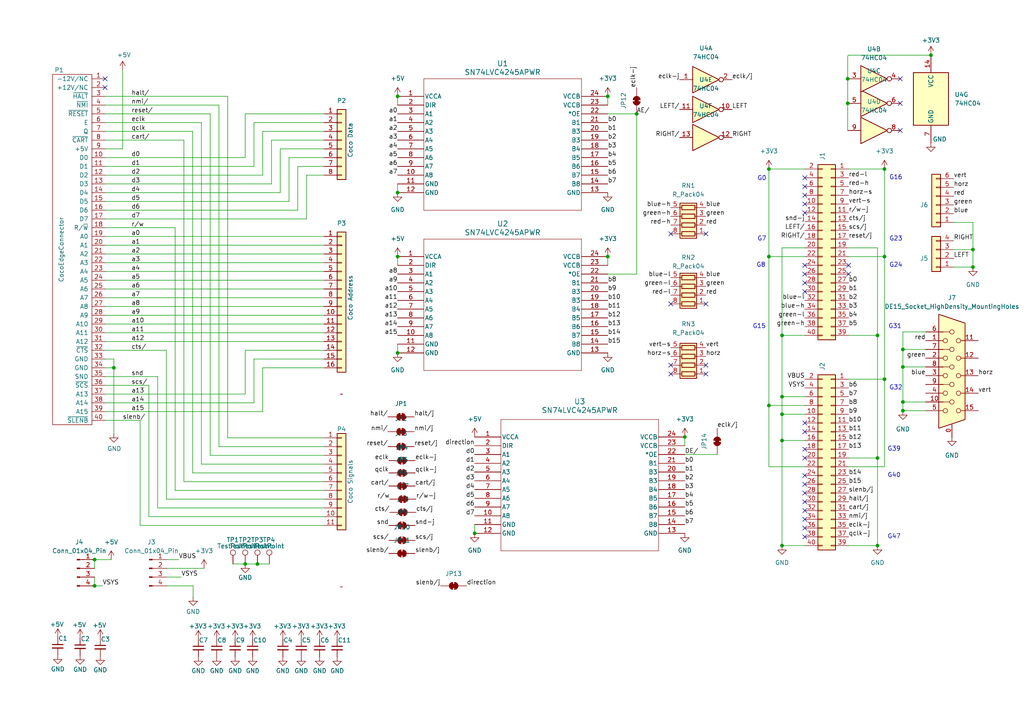
<source format=kicad_sch>
(kicad_sch (version 20250114) (generator "eeschema") (generator_version "9.0")
  (paper "A4")
  (title_block (title "COPICO Bonobo") (date "2025-02-11") (rev "2.4a") (company "github strickyak copico-bonobo") (comment 1 "Henry Strickland") (comment 2 "Thomas Shanks"))
  (text "G40" (at 259.334 137.922 0) (effects (font (size 1.27 1.27))))
  (text "G23" (at 259.842 69.342 0) (effects (font (size 1.27 1.27))))
  (text "G7" (at 220.98 69.342 0) (effects (font (size 1.27 1.27))))
  (text "G8" (at 220.726 76.962 0) (effects (font (size 1.27 1.27))))
  (text "G15" (at 220.218 94.742 0) (effects (font (size 1.27 1.27))))
  (text "G31" (at 259.588 94.742 0) (effects (font (size 1.27 1.27))))
  (text "G24" (at 259.842 76.962 0) (effects (font (size 1.27 1.27))))
  (text "G32" (at 259.842 112.522 0) (effects (font (size 1.27 1.27))))
  (text "G0" (at 220.98 51.816 0) (effects (font (size 1.27 1.27))))
  (text "G39" (at 259.334 130.302 0) (effects (font (size 1.27 1.27))))
  (text "G47" (at 259.334 155.702 0) (effects (font (size 1.27 1.27))))
  (text "G16" (at 259.842 51.562 0) (effects (font (size 1.27 1.27))))
  (junction (at 223.012 117.602))
  (junction (at 115.316 27.94))
  (junction (at 256.54 49.022))
  (junction (at 254.508 158.242))
  (junction (at 256.54 74.422))
  (junction (at 184.658 33.02))
  (junction (at 226.822 127.762))
  (junction (at 282.194 72.39))
  (junction (at 27.432 169.926))
  (junction (at 226.822 120.142))
  (junction (at 137.668 154.686))
  (junction (at 176.276 27.94))
  (junction (at 254.508 97.282))
  (junction (at 226.822 115.062))
  (junction (at 223.012 49.022))
  (junction (at 245.872 29.972))
  (junction (at 74.676 163.576))
  (junction (at 245.872 22.86))
  (junction (at 261.874 106.426))
  (junction (at 33.02 106.68))
  (junction (at 223.012 74.422))
  (junction (at 256.54 109.982))
  (junction (at 27.432 162.306))
  (junction (at 261.874 101.346))
  (junction (at 254.508 132.842))
  (junction (at 226.822 158.242))
  (junction (at 261.874 116.586))
  (junction (at 282.194 77.47))
  (junction (at 198.628 126.746))
  (junction (at 176.276 74.422))
  (junction (at 261.874 119.126))
  (junction (at 270.002 16.002))
  (junction (at 226.822 97.282))
  (junction (at 115.316 102.362))
  (junction (at 71.12 163.576))
  (junction (at 115.316 74.422))
  (junction (at 115.316 55.88))
  (no_connect (at 233.426 150.622))
  (no_connect (at 194.564 67.818))
  (no_connect (at 261.112 29.972))
  (no_connect (at 246.126 76.962))
  (no_connect (at 233.426 122.682))
  (no_connect (at 233.426 130.302))
  (no_connect (at 233.426 54.102))
  (no_connect (at 204.724 88.138))
  (no_connect (at 233.426 132.842))
  (no_connect (at 204.724 105.918))
  (no_connect (at 233.426 125.222))
  (no_connect (at 233.426 56.642))
  (no_connect (at 194.564 108.458))
  (no_connect (at 233.426 79.502))
  (no_connect (at 233.426 140.462))
  (no_connect (at 194.564 105.918))
  (no_connect (at 261.112 22.86))
  (no_connect (at 233.426 148.082))
  (no_connect (at 30.48 22.86))
  (no_connect (at 233.426 51.562))
  (no_connect (at 233.426 82.042))
  (no_connect (at 194.564 88.138))
  (no_connect (at 246.126 79.502))
  (no_connect (at 30.48 25.4))
  (no_connect (at 204.724 108.458))
  (no_connect (at 233.426 153.162))
  (no_connect (at 261.112 37.846))
  (no_connect (at 233.426 84.582))
  (no_connect (at 233.426 155.702))
  (no_connect (at 233.426 76.962))
  (no_connect (at 233.426 61.722))
  (no_connect (at 233.426 143.002))
  (no_connect (at 204.724 67.818))
  (no_connect (at 233.426 145.542))
  (no_connect (at 233.426 137.922))
  (no_connect (at 233.426 59.182))
  (wire (pts (xy 176.276 74.422) (xy 176.276 76.962)))
  (wire (pts (xy 71.12 114.3) (xy 71.12 101.6)))
  (wire (pts (xy 30.48 45.72) (xy 71.12 45.72)))
  (wire (pts (xy 223.012 49.022) (xy 223.012 74.422)))
  (wire (pts (xy 245.872 22.86) (xy 245.872 16.256)))
  (wire (pts (xy 198.628 126.746) (xy 198.628 129.286)))
  (wire (pts (xy 246.126 49.022) (xy 256.54 49.022)))
  (wire (pts (xy 33.02 106.68) (xy 30.48 106.68)))
  (wire (pts (xy 30.48 104.14) (xy 33.02 104.14)))
  (wire (pts (xy 27.432 169.926) (xy 29.718 169.926)))
  (wire (pts (xy 30.48 53.34) (xy 78.74 53.34)))
  (wire (pts (xy 58.42 134.62) (xy 58.42 35.56)))
  (wire (pts (xy 48.26 144.78) (xy 48.26 101.6)))
  (wire (pts (xy 93.98 88.9) (xy 30.48 88.9)))
  (wire (pts (xy 33.02 106.68) (xy 33.02 125.73)))
  (wire (pts (xy 261.874 96.266) (xy 261.874 101.346)))
  (wire (pts (xy 176.276 33.02) (xy 184.658 33.02)))
  (wire (pts (xy 261.874 106.426) (xy 268.478 106.426)))
  (wire (pts (xy 60.96 33.02) (xy 60.96 132.08)))
  (wire (pts (xy 226.822 97.282) (xy 226.822 115.062)))
  (wire (pts (xy 30.48 43.18) (xy 35.56 43.18)))
  (wire (pts (xy 261.874 101.346) (xy 268.478 101.346)))
  (wire (pts (xy 81.28 55.88) (xy 81.28 43.18)))
  (wire (pts (xy 276.606 72.39) (xy 282.194 72.39)))
  (wire (pts (xy 88.9 50.8) (xy 93.98 50.8)))
  (wire (pts (xy 40.64 152.4) (xy 93.98 152.4)))
  (wire (pts (xy 76.2 38.1) (xy 93.98 38.1)))
  (wire (pts (xy 74.676 163.576) (xy 78.105 163.576)))
  (wire (pts (xy 226.822 97.282) (xy 233.426 97.282)))
  (wire (pts (xy 60.96 132.08) (xy 93.98 132.08)))
  (wire (pts (xy 261.874 106.426) (xy 261.874 116.586)))
  (wire (pts (xy 30.48 93.98) (xy 93.98 93.98)))
  (wire (pts (xy 55.88 38.1) (xy 55.88 137.16)))
  (wire (pts (xy 246.126 109.982) (xy 256.54 109.982)))
  (wire (pts (xy 63.5 30.48) (xy 63.5 129.54)))
  (wire (pts (xy 261.874 96.266) (xy 268.478 96.266)))
  (wire (pts (xy 43.18 111.76) (xy 30.48 111.76)))
  (wire (pts (xy 48.26 101.6) (xy 30.48 101.6)))
  (wire (pts (xy 81.28 43.18) (xy 93.98 43.18)))
  (wire (pts (xy 176.276 27.94) (xy 176.276 30.48)))
  (wire (pts (xy 256.54 74.422) (xy 256.54 109.982)))
  (wire (pts (xy 86.36 48.26) (xy 93.98 48.26)))
  (wire (pts (xy 254.508 132.842) (xy 254.508 158.242)))
  (wire (pts (xy 53.34 139.7) (xy 53.34 40.64)))
  (wire (pts (xy 115.316 53.34) (xy 115.316 55.88)))
  (wire (pts (xy 30.48 91.44) (xy 93.98 91.44)))
  (wire (pts (xy 30.48 81.28) (xy 93.98 81.28)))
  (wire (pts (xy 226.822 71.882) (xy 233.426 71.882)))
  (wire (pts (xy 53.34 40.64) (xy 30.48 40.64)))
  (wire (pts (xy 30.48 48.26) (xy 73.66 48.26)))
  (wire (pts (xy 73.66 35.56) (xy 93.98 35.56)))
  (wire (pts (xy 48.387 169.926) (xy 56.007 169.926)))
  (wire (pts (xy 226.822 158.242) (xy 233.426 158.242)))
  (wire (pts (xy 30.48 63.5) (xy 88.9 63.5)))
  (wire (pts (xy 58.42 35.56) (xy 30.48 35.56)))
  (wire (pts (xy 256.54 109.982) (xy 256.54 135.382)))
  (wire (pts (xy 245.872 29.972) (xy 245.872 37.846)))
  (wire (pts (xy 78.74 40.64) (xy 93.98 40.64)))
  (wire (pts (xy 254.508 71.882) (xy 254.508 97.282)))
  (wire (pts (xy 137.668 152.146) (xy 137.668 154.686)))
  (wire (pts (xy 115.316 99.822) (xy 115.316 102.362)))
  (wire (pts (xy 45.72 147.32) (xy 93.98 147.32)))
  (wire (pts (xy 66.04 27.94) (xy 66.04 127)))
  (wire (pts (xy 71.12 45.72) (xy 71.12 33.02)))
  (wire (pts (xy 71.12 101.6) (xy 93.98 101.6)))
  (wire (pts (xy 30.48 33.02) (xy 60.96 33.02)))
  (wire (pts (xy 56.007 169.926) (xy 56.007 173.101)))
  (wire (pts (xy 223.012 117.602) (xy 233.426 117.602)))
  (wire (pts (xy 254.508 97.282) (xy 254.508 132.842)))
  (wire (pts (xy 93.98 76.2) (xy 30.48 76.2)))
  (wire (pts (xy 50.8 66.04) (xy 50.8 142.24)))
  (wire (pts (xy 30.48 55.88) (xy 81.28 55.88)))
  (wire (pts (xy 93.98 78.74) (xy 30.48 78.74)))
  (wire (pts (xy 30.48 114.3) (xy 71.12 114.3)))
  (wire (pts (xy 55.88 137.16) (xy 93.98 137.16)))
  (wire (pts (xy 246.126 16.002) (xy 270.002 16.002)))
  (wire (pts (xy 93.98 134.62) (xy 58.42 134.62)))
  (wire (pts (xy 30.48 30.48) (xy 63.5 30.48)))
  (wire (pts (xy 184.658 33.02) (xy 184.658 79.502)))
  (wire (pts (xy 276.606 64.516) (xy 282.194 64.516)))
  (wire (pts (xy 27.432 167.386) (xy 27.432 169.926)))
  (wire (pts (xy 30.48 27.94) (xy 66.04 27.94)))
  (wire (pts (xy 45.72 109.22) (xy 45.72 147.32)))
  (wire (pts (xy 30.48 86.36) (xy 93.98 86.36)))
  (wire (pts (xy 30.48 121.92) (xy 40.64 121.92)))
  (wire (pts (xy 73.66 104.14) (xy 73.66 116.84)))
  (wire (pts (xy 63.5 129.54) (xy 93.98 129.54)))
  (wire (pts (xy 226.822 127.762) (xy 226.822 158.242)))
  (wire (pts (xy 226.822 120.142) (xy 226.822 127.762)))
  (wire (pts (xy 115.316 74.422) (xy 115.316 76.962)))
  (wire (pts (xy 246.126 71.882) (xy 254.508 71.882)))
  (wire (pts (xy 27.432 162.306) (xy 32.258 162.306)))
  (wire (pts (xy 226.822 71.882) (xy 226.822 97.282)))
  (wire (pts (xy 93.98 96.52) (xy 30.48 96.52)))
  (wire (pts (xy 223.012 74.422) (xy 223.012 117.602)))
  (wire (pts (xy 83.82 45.72) (xy 93.98 45.72)))
  (wire (pts (xy 226.822 115.062) (xy 226.822 120.142)))
  (wire (pts (xy 223.012 74.422) (xy 233.426 74.422)))
  (wire (pts (xy 30.48 66.04) (xy 50.8 66.04)))
  (wire (pts (xy 73.66 104.14) (xy 93.98 104.14)))
  (wire (pts (xy 27.432 162.306) (xy 27.432 164.846)))
  (wire (pts (xy 30.48 99.06) (xy 93.98 99.06)))
  (wire (pts (xy 88.9 63.5) (xy 88.9 50.8)))
  (wire (pts (xy 256.54 49.022) (xy 256.54 74.422)))
  (wire (pts (xy 50.8 142.24) (xy 93.98 142.24)))
  (wire (pts (xy 246.126 132.842) (xy 254.508 132.842)))
  (wire (pts (xy 30.48 73.66) (xy 93.98 73.66)))
  (wire (pts (xy 261.874 116.586) (xy 261.874 119.126)))
  (wire (pts (xy 78.74 53.34) (xy 78.74 40.64)))
  (wire (pts (xy 71.12 33.02) (xy 93.98 33.02)))
  (wire (pts (xy 282.194 64.516) (xy 282.194 72.39)))
  (wire (pts (xy 76.2 50.8) (xy 76.2 38.1)))
  (wire (pts (xy 223.012 49.022) (xy 233.426 49.022)))
  (wire (pts (xy 48.387 167.386) (xy 52.578 167.386)))
  (wire (pts (xy 226.822 120.142) (xy 233.426 120.142)))
  (wire (pts (xy 76.2 106.68) (xy 76.2 119.38)))
  (wire (pts (xy 30.48 38.1) (xy 55.88 38.1)))
  (wire (pts (xy 226.822 127.762) (xy 233.426 127.762)))
  (wire (pts (xy 93.98 144.78) (xy 48.26 144.78)))
  (wire (pts (xy 198.628 131.826) (xy 208.026 131.826)))
  (wire (pts (xy 30.48 58.42) (xy 83.82 58.42)))
  (wire (pts (xy 86.36 60.96) (xy 86.36 48.26)))
  (wire (pts (xy 35.56 43.18) (xy 35.56 20.32)))
  (wire (pts (xy 83.82 58.42) (xy 83.82 45.72)))
  (wire (pts (xy 30.48 50.8) (xy 76.2 50.8)))
  (wire (pts (xy 223.012 117.602) (xy 223.012 135.382)))
  (wire (pts (xy 93.98 83.82) (xy 30.48 83.82)))
  (wire (pts (xy 261.874 116.586) (xy 268.478 116.586)))
  (wire (pts (xy 30.48 109.22) (xy 45.72 109.22)))
  (wire (pts (xy 246.126 97.282) (xy 254.508 97.282)))
  (wire (pts (xy 223.012 135.382) (xy 233.426 135.382)))
  (wire (pts (xy 66.04 127) (xy 93.98 127)))
  (wire (pts (xy 67.564 163.576) (xy 71.12 163.576)))
  (wire (pts (xy 246.126 74.422) (xy 256.54 74.422)))
  (wire (pts (xy 246.126 158.242) (xy 254.508 158.242)))
  (wire (pts (xy 115.316 27.94) (xy 115.316 30.48)))
  (wire (pts (xy 245.872 22.86) (xy 245.872 29.972)))
  (wire (pts (xy 43.18 149.86) (xy 43.18 111.76)))
  (wire (pts (xy 30.48 60.96) (xy 86.36 60.96)))
  (wire (pts (xy 71.12 163.576) (xy 74.676 163.576)))
  (wire (pts (xy 40.64 121.92) (xy 40.64 152.4)))
  (wire (pts (xy 30.48 71.12) (xy 93.98 71.12)))
  (wire (pts (xy 261.874 101.346) (xy 261.874 106.426)))
  (wire (pts (xy 33.02 104.14) (xy 33.02 106.68)))
  (wire (pts (xy 48.387 164.846) (xy 59.182 164.846)))
  (wire (pts (xy 93.98 106.68) (xy 76.2 106.68)))
  (wire (pts (xy 176.276 79.502) (xy 184.658 79.502)))
  (wire (pts (xy 261.874 119.126) (xy 268.478 119.126)))
  (wire (pts (xy 226.822 115.062) (xy 233.426 115.062)))
  (wire (pts (xy 73.66 48.26) (xy 73.66 35.56)))
  (wire (pts (xy 48.387 162.306) (xy 51.816 162.306)))
  (wire (pts (xy 282.194 77.47) (xy 276.606 77.47)))
  (wire (pts (xy 93.98 68.58) (xy 30.48 68.58)))
  (wire (pts (xy 246.126 135.382) (xy 256.54 135.382)))
  (wire (pts (xy 282.194 72.39) (xy 282.194 77.47)))
  (wire (pts (xy 246.126 16.002) (xy 245.872 16.256)))
  (wire (pts (xy 76.2 119.38) (xy 30.48 119.38)))
  (wire (pts (xy 73.66 116.84) (xy 30.48 116.84)))
  (wire (pts (xy 93.98 139.7) (xy 53.34 139.7)))
  (wire (pts (xy 93.98 149.86) (xy 43.18 149.86)))
  (label "b13" (at 176.276 94.742 0))
  (label "d5" (at 137.668 144.526 180))
  (label "a11" (at 38.1 96.52 0))
  (label "b6" (at 246.126 112.522 0))
  (label "horz" (at 204.724 103.378 0))
  (label "a14" (at 115.316 94.742 180))
  (label "b5" (at 198.628 147.066 0))
  (label "vert" (at 204.724 100.838 0))
  (label "b5" (at 176.276 48.26 0))
  (label "b3" (at 176.276 43.18 0))
  (label "a10" (at 38.1 93.98 0))
  (label "d1" (at 137.668 134.366 180))
  (label "b1" (at 176.276 38.1 0))
  (label "red-h" (at 246.126 54.102 0))
  (label "a13" (at 38.1 114.3 0))
  (label "a7" (at 38.1 86.36 0))
  (label "a8" (at 38.1 88.9 0))
  (label "b11" (at 176.276 89.662 0))
  (label "slenb{slash}j" (at 127.762 169.926 180))
  (label "a11" (at 115.316 87.122 180))
  (label "a0" (at 115.316 33.02 180))
  (label "d7" (at 38.1 63.5 0))
  (label "slenb{slash}j" (at 246.126 143.002 0))
  (label "snd" (at 38.1 109.22 0))
  (label "red-h" (at 194.564 65.278 180))
  (label "qclk" (at 112.776 137.16 180))
  (label "scs{slash}j" (at 246.126 66.802 0))
  (label "b14" (at 176.276 97.282 0))
  (label "reset{slash}" (at 38.1 33.02 0))
  (label "direction" (at 135.382 169.926 0))
  (label "b3" (at 198.628 141.986 0))
  (label "b2" (at 176.276 40.64 0))
  (label "a1" (at 115.316 35.56 180))
  (label "b0" (at 198.628 134.366 0))
  (label "eclk-j" (at 120.396 133.604 0))
  (label "d5" (at 38.1 58.42 0))
  (label "a4" (at 38.1 78.74 0))
  (label "b9" (at 246.126 120.142 0))
  (label "vert" (at 283.718 114.046 0))
  (label "red-l" (at 194.564 85.598 180))
  (label "cart{slash}" (at 38.1 40.64 0))
  (label "AE{slash}" (at 184.658 33.02 0))
  (label "reset{slash}j" (at 246.126 69.342 0))
  (label "b9" (at 176.276 84.582 0))
  (label "a2" (at 38.1 73.66 0))
  (label "d7" (at 137.668 149.606 180))
  (label "b2" (at 246.126 87.122 0))
  (label "LEFT" (at 212.344 31.75 0))
  (label "LEFT{slash}" (at 233.426 66.802 180))
  (label "LEFT{slash}" (at 197.104 31.75 180))
  (label "cts{slash}" (at 113.03 148.59 180))
  (label "halt{slash}" (at 38.1 27.94 0))
  (label "b7" (at 246.126 115.062 0))
  (label "a8" (at 115.316 79.502 180))
  (label "green" (at 204.724 62.738 0))
  (label "red-l" (at 246.126 51.562 0))
  (label "green" (at 268.478 103.886 180))
  (label "a3" (at 115.316 40.64 180))
  (label "b13" (at 246.126 130.302 0))
  (label "b0" (at 176.276 35.56 0))
  (label "red" (at 276.606 56.896 0))
  (label "blue-l" (at 233.426 87.122 180))
  (label "horz-s" (at 194.564 103.378 180))
  (label "a5" (at 38.1 81.28 0))
  (label "eclk{slash}j" (at 212.344 23.114 0))
  (label "d6" (at 38.1 60.96 0))
  (label "horz" (at 283.718 108.966 0))
  (label "r{slash}w" (at 38.1 66.04 0))
  (label "b15" (at 246.126 140.462 0))
  (label "b0" (at 246.126 82.042 0))
  (label "b5" (at 246.126 94.742 0))
  (label "a14" (at 38.1 116.84 0))
  (label "b6" (at 198.628 149.606 0))
  (label "scs{slash}" (at 112.776 156.718 180))
  (label "d2" (at 38.1 50.8 0))
  (label "r{slash}w-j" (at 246.126 61.722 0))
  (label "cts{slash}" (at 38.1 101.6 0))
  (label "d2" (at 137.668 136.906 180))
  (label "r{slash}w" (at 113.03 144.78 180))
  (label "a15" (at 38.1 119.38 0))
  (label "b4" (at 176.276 45.72 0))
  (label "d3" (at 38.1 53.34 0))
  (label "eclk{slash}j" (at 208.026 124.206 0))
  (label "red" (at 204.724 85.598 0))
  (label "b8" (at 246.126 117.602 0))
  (label "DE{slash}" (at 198.628 131.826 0))
  (label "b1" (at 246.126 84.582 0))
  (label "snd" (at 112.776 152.4 180))
  (label "b10" (at 246.126 122.682 0))
  (label "VSYS" (at 29.718 169.926 0))
  (label "green-l" (at 233.426 92.202 180))
  (label "d4" (at 137.668 141.986 180))
  (label "scs{slash}" (at 38.1 111.76 0))
  (label "a0" (at 38.1 68.58 0))
  (label "cart{slash}j" (at 120.396 140.97 0))
  (label "green" (at 276.606 59.436 0))
  (label "a6" (at 38.1 83.82 0))
  (label "snd-j" (at 233.426 64.262 180))
  (label "vert-s" (at 246.126 59.182 0))
  (label "b15" (at 176.276 99.822 0))
  (label "b3" (at 246.126 89.662 0))
  (label "blue" (at 276.606 61.976 0))
  (label "a5" (at 115.316 45.72 180))
  (label "VSYS" (at 233.426 112.522 180))
  (label "green" (at 204.724 83.058 0))
  (label "blue" (at 204.724 60.198 0))
  (label "a1" (at 38.1 71.12 0))
  (label "horz-s" (at 246.126 56.642 0))
  (label "RIGHT" (at 212.344 39.878 0))
  (label "a10" (at 115.316 84.582 180))
  (label "a3" (at 38.1 76.2 0))
  (label "qclk-j" (at 120.396 137.16 0))
  (label "scs{slash}j" (at 120.396 156.718 0))
  (label "green-h" (at 194.564 62.738 180))
  (label "eclk-j" (at 184.658 25.4 90))
  (label "b7" (at 198.628 152.146 0))
  (label "nmi{slash}" (at 112.522 125.222 180))
  (label "red" (at 268.478 98.806 180))
  (label "a12" (at 115.316 89.662 180))
  (label "blue-h" (at 194.564 60.198 180))
  (label "a7" (at 115.316 50.8 180))
  (label "reset{slash}" (at 112.522 129.54 180))
  (label "blue-l" (at 194.564 80.518 180))
  (label "nmi{slash}j" (at 120.142 125.222 0))
  (label "d4" (at 38.1 55.88 0))
  (label "d0" (at 38.1 45.72 0))
  (label "b10" (at 176.276 87.122 0))
  (label "a4" (at 115.316 43.18 180))
  (label "b6" (at 176.276 50.8 0))
  (label "horz" (at 276.606 54.356 0))
  (label "a9" (at 115.316 82.042 180))
  (label "a6" (at 115.316 48.26 180))
  (label "eclk" (at 38.1 35.56 0))
  (label "slenb{slash}" (at 112.776 160.528 180))
  (label "a13" (at 115.316 92.202 180))
  (label "cart{slash}" (at 112.776 140.97 180))
  (label "RIGHT" (at 276.606 69.85 0))
  (label "RIGHT{slash}" (at 197.104 39.878 180))
  (label "nmi{slash}j" (at 246.126 150.622 0))
  (label "halt{slash}" (at 112.522 120.904 180))
  (label "d1" (at 38.1 48.26 0))
  (label "slenb{slash}j" (at 120.396 160.528 0))
  (label "VSYS" (at 52.578 167.386 0))
  (label "a2" (at 115.316 38.1 180))
  (label "blue" (at 268.478 108.966 180))
  (label "cts{slash}j" (at 246.126 64.262 0))
  (label "b12" (at 176.276 92.202 0))
  (label "eclk-j" (at 246.126 153.162 0))
  (label "nmi{slash}" (at 38.1 30.48 0))
  (label "a9" (at 38.1 91.44 0))
  (label "a12" (at 38.1 99.06 0))
  (label "cts{slash}j" (at 120.65 148.59 0))
  (label "b4" (at 198.628 144.526 0))
  (label "snd-j" (at 120.396 152.4 0))
  (label "b7" (at 176.276 53.34 0))
  (label "halt{slash}j" (at 120.142 120.904 0))
  (label "d6" (at 137.668 147.066 180))
  (label "b2" (at 198.628 139.446 0))
  (label "halt{slash}j" (at 246.126 145.542 0))
  (label "slenb{slash}" (at 35.56 121.92 0))
  (label "green-h" (at 233.426 94.742 180))
  (label "d3" (at 137.668 139.446 180))
  (label "reset{slash}j" (at 120.142 129.54 0))
  (label "r{slash}w-j" (at 120.65 144.78 0))
  (label "d0" (at 137.668 131.826 180))
  (label "red" (at 204.724 65.278 0))
  (label "cart{slash}j" (at 246.126 148.082 0))
  (label "qclk" (at 38.1 38.1 0))
  (label "RIGHT{slash}" (at 233.426 69.342 180))
  (label "a15" (at 115.316 97.282 180))
  (label "eclk" (at 112.776 133.604 180))
  (label "b11" (at 246.126 125.222 0))
  (label "blue" (at 204.724 80.518 0))
  (label "b8" (at 176.276 82.042 0))
  (label "vert" (at 276.606 51.816 0))
  (label "direction" (at 137.668 129.286 180))
  (label "VBUS" (at 51.816 162.306 0))
  (label "eclk-j" (at 197.104 23.114 180))
  (label "LEFT" (at 276.606 74.93 0))
  (label "b1" (at 198.628 136.906 0))
  (label "b14" (at 246.126 137.922 0))
  (label "green-l" (at 194.564 83.058 180))
  (label "vert-s" (at 194.564 100.838 180))
  (label "b4" (at 246.126 92.202 0))
  (label "VBUS" (at 233.426 109.982 180))
  (label "qclk-j" (at 246.126 155.702 0))
  (label "blue-h" (at 233.426 89.662 180))
  (label "b12" (at 246.126 127.762 0))
  (symbol (lib_id "spoon2-rescue:COCO_EDGE_CONNECTOR-00_Custom") (at 20.32 72.39 0) (unit 1)
    (property "Reference" "P1" (at 17.145 20.32 0))
    (property "Value" "CocoEdgeConnector" (at 17.78 72.39 90))
    (property "Footprint" "0Titanium:CocoCardEdgeCocoMIDI" (effects (hide yes)))
  )
  (symbol (lib_id "Connector_Generic:Conn_01x16") (at 99.06 86.36 0) (unit 1)
    (property "Reference" "P3" (at 99.06 64.77 0))
    (property "Value" "Coco Address" (at 101.6 86.36 90))
    (property "Footprint" "Housings_DIP:DIP-32_W15.24mm" (effects (hide yes)))
    (property "Datasheet" "~" (at 99.06 114.3 0))
  )
  (symbol (lib_id "Connector_Generic:Conn_01x08") (at 99.06 40.64 0) (unit 1)
    (property "Reference" "P2" (at 99.06 29.21 0))
    (property "Value" "Coco Data" (at 101.6 40.64 90))
    (property "Footprint" "Housings_DIP:DIP-16_W7.62mm" (effects (hide yes)))
    (property "Datasheet" "~" (at 99.06 71.12 0))
  )
  (symbol (lib_id "Connector_Generic:Conn_01x11") (at 99.06 139.7 0) (unit 1)
    (property "Reference" "P4" (at 99.06 124.46 0))
    (property "Value" "Coco Signals" (at 101.6 139.7 90))
    (property "Footprint" "Housings_DIP:DIP-22_W10.16mm" (effects (hide yes)))
    (property "Datasheet" "~" (at 99.06 170.18 0))
  )
  (symbol (lib_id "power:GND") (at 33.02 125.73 0) (unit 1)
    (property "Reference" "#PWR0106" (effects (hide yes)))
    (property "Value" "GND" (at 33.147 130.1242 0))
  )
  (symbol (lib_id "power:+5V") (at 35.56 20.32 0) (unit 1)
    (property "Reference" "#PWR0102" (effects (hide yes)))
    (property "Value" "+5V" (at 35.941 15.9258 0))
  )
  (symbol (lib_id "2024-12-31_21-13-00:SN74LVC4245APWR") (at 137.668 126.746 0) (unit 1)
    (property "Reference" "U3" (at 168.148 116.459 0) (effects (font (size 1.524 1.524))))
    (property "Value" "SN74LVC4245APWR" (at 168.148 118.999 0) (effects (font (size 1.524 1.524))))
    (property "Footprint" "Package_SO:TSSOP-24_4.4x7.8mm_P0.65mm" (effects (hide yes)))
    (property "Datasheet" "SN74LVC4245APWR" (effects (hide yes)))
  )
  (symbol (lib_id "power:+3V3") (at 87.376 185.42 0) (unit 1)
    (property "Reference" "#PWR021" (effects (hide yes)))
    (property "Value" "+3V3" (at 87.249 181.61 0))
  )
  (symbol (lib_id "power:GND") (at 115.316 102.362 0) (unit 1)
    (property "Reference" "#PWR02" (effects (hide yes)))
    (property "Value" "GND" (at 115.316 107.315 0))
  )
  (symbol (lib_id "power:+3V3") (at 59.182 164.846 0) (unit 1)
    (property "Reference" "#PWR036" (effects (hide yes)))
    (property "Value" "+3V3" (at 59.182 159.766 0))
  )
  (symbol (lib_id "Device:C_Small") (at 16.764 187.452 0) (unit 1)
    (property "Reference" "C1" (at 16.891 185.166 0) (effects (justify left)))
    (property "Value" "C_Small" (effects (hide yes)))
    (property "Footprint" "Capacitor_SMD:C_0402_1005Metric" (effects (hide yes)))
  )
  (symbol (lib_id "74xx:74HC04") (at 253.492 29.972 0) (unit 3)
    (property "Reference" "U4" (at 253.492 20.574 0))
    (property "Value" "74HC04" (at 253.492 23.114 0))
    (property "Footprint" "Package_SO:TSSOP-14_4.4x5mm_P0.65mm" (effects (hide yes)))
    (property "Datasheet" "https://assets.nexperia.com/documents/data-sheet/74HC_HCT04.pdf" (effects (hide yes)))
    (property "Description" "Hex Inverter" (effects (hide yes)))
  )
  (symbol (lib_id "74xx:74HC04") (at 204.724 39.878 0) (unit 6)
    (property "Reference" "U4" (at 204.724 30.734 0))
    (property "Value" "74HC04" (at 204.724 33.274 0))
    (property "Footprint" "Package_SO:TSSOP-14_4.4x5mm_P0.65mm" (effects (hide yes)))
    (property "Datasheet" "https://assets.nexperia.com/documents/data-sheet/74HC_HCT04.pdf" (effects (hide yes)))
    (property "Description" "Hex Inverter" (effects (hide yes)))
  )
  (symbol (lib_name "SolderJumper_2_Bridged_1") (lib_id "Jumper:SolderJumper_2_Bridged") (at 116.84 144.78 0) (unit 1) (in_bom no)
    (property "Reference" "JP7" (at 116.84 140.97 0))
    (property "Value" "SolderJumper_2_Bridged" (effects (hide yes)))
    (property "Footprint" "Jumper:SolderJumper-2_P1.3mm_Bridged_RoundedPad1.0x1.5mm" (effects (hide yes)))
    (property "Description" "Solder Jumper, 2-pole, closed/bridged" (effects (hide yes)))
  )
  (symbol (lib_id "power:+3V3") (at 62.865 185.42 0) (unit 1)
    (property "Reference" "#PWR038" (effects (hide yes)))
    (property "Value" "+3V3" (at 62.738 181.61 0))
  )
  (symbol (lib_name "SolderJumper_2_Bridged_1") (lib_id "Jumper:SolderJumper_2_Bridged") (at 116.586 133.604 0) (unit 1) (in_bom no)
    (property "Reference" "JP4" (at 116.586 129.794 0))
    (property "Value" "SolderJumper_2_Bridged" (effects (hide yes)))
    (property "Footprint" "Jumper:SolderJumper-2_P1.3mm_Bridged_RoundedPad1.0x1.5mm" (effects (hide yes)))
    (property "Description" "Solder Jumper, 2-pole, closed/bridged" (effects (hide yes)))
  )
  (symbol (lib_id "74xx:74HC04") (at 204.724 23.114 0) (unit 1)
    (property "Reference" "U4" (at 204.724 13.97 0))
    (property "Value" "74HC04" (at 204.724 16.51 0))
    (property "Footprint" "Package_SO:TSSOP-14_4.4x5mm_P0.65mm" (effects (hide yes)))
    (property "Datasheet" "https://assets.nexperia.com/documents/data-sheet/74HC_HCT04.pdf" (effects (hide yes)))
    (property "Description" "Hex Inverter" (effects (hide yes)))
  )
  (symbol (lib_id "power:+5V") (at 115.316 74.422 0) (unit 1)
    (property "Reference" "#PWR01" (effects (hide yes)))
    (property "Value" "+5V" (at 115.316 69.215 0))
  )
  (symbol (lib_id "power:GND") (at 87.376 190.5 0) (unit 1)
    (property "Reference" "#PWR022" (effects (hide yes)))
    (property "Value" "GND" (at 87.376 194.564 0))
  )
  (symbol (lib_id "power:GND") (at 92.71 190.5 0) (unit 1)
    (property "Reference" "#PWR028" (effects (hide yes)))
    (property "Value" "GND" (at 92.71 194.564 0))
  )
  (symbol (lib_id "power:+3V3") (at 198.628 126.746 0) (unit 1)
    (property "Reference" "#PWR044" (effects (hide yes)))
    (property "Value" "+3V3" (at 198.628 121.539 0))
  )
  (symbol (lib_id "power:GND") (at 62.865 190.5 0) (unit 1)
    (property "Reference" "#PWR039" (effects (hide yes)))
    (property "Value" "GND" (at 62.865 194.564 0))
  )
  (symbol (lib_id "power:+5V") (at 16.764 184.912 0) (unit 1)
    (property "Reference" "#PWR016" (effects (hide yes)))
    (property "Value" "+5V" (at 16.51 181.102 0))
  )
  (symbol (lib_id "2024-12-31_21-13-00:SN74LVC4245APWR") (at 115.316 27.94 0) (unit 1)
    (property "Reference" "U1" (at 145.796 18.415 0) (effects (font (size 1.524 1.524))))
    (property "Value" "SN74LVC4245APWR" (at 145.796 20.955 0) (effects (font (size 1.524 1.524))))
    (property "Footprint" "Package_SO:TSSOP-24_4.4x7.8mm_P0.65mm" (effects (hide yes)))
    (property "Datasheet" "SN74LVC4245APWR" (effects (hide yes)))
  )
  (symbol (lib_id "power:+3V3") (at 223.012 49.022 0) (unit 1)
    (property "Reference" "#PWR08" (effects (hide yes)))
    (property "Value" "+3V3" (at 223.012 43.815 0))
  )
  (symbol (lib_id "power:GND") (at 71.12 163.576 0) (unit 1)
    (property "Reference" "#PWR052" (effects (hide yes)))
    (property "Value" "GND" (at 71.12 167.513 0))
  )
  (symbol (lib_id "74xx:74HC04") (at 204.724 31.75 0) (unit 5)
    (property "Reference" "U4" (at 204.724 23.114 0))
    (property "Value" "74HC04" (at 204.724 25.654 0))
    (property "Footprint" "Package_SO:TSSOP-14_4.4x5mm_P0.65mm" (effects (hide yes)))
    (property "Datasheet" "https://assets.nexperia.com/documents/data-sheet/74HC_HCT04.pdf" (effects (hide yes)))
    (property "Description" "Hex Inverter" (effects (hide yes)))
  )
  (symbol (lib_id "Device:R_Pack04") (at 199.644 83.058 90) (unit 1)
    (property "Reference" "RN2" (at 199.644 74.676 90))
    (property "Value" "R_Pack04" (at 199.644 77.216 90))
    (property "Footprint" "Resistor_SMD:R_Array_Convex_4x0603" (effects (hide yes)))
    (property "Description" "4 resistor network, parallel topology" (effects (hide yes)))
  )
  (symbol (lib_name "SolderJumper_2_Bridged_1") (lib_id "Jumper:SolderJumper_2_Bridged") (at 116.332 129.54 0) (unit 1) (in_bom no)
    (property "Reference" "JP3" (at 116.332 125.73 0))
    (property "Value" "SolderJumper_2_Bridged" (effects (hide yes)))
    (property "Footprint" "Jumper:SolderJumper-2_P1.3mm_Bridged_RoundedPad1.0x1.5mm" (effects (hide yes)))
    (property "Description" "Solder Jumper, 2-pole, closed/bridged" (effects (hide yes)))
  )
  (symbol (lib_id "Device:C_Small") (at 68.199 187.96 0) (unit 1)
    (property "Reference" "C9" (at 68.326 185.674 0) (effects (justify left)))
    (property "Value" "C_Small" (effects (hide yes)))
    (property "Footprint" "Capacitor_SMD:C_0402_1005Metric" (effects (hide yes)))
  )
  (symbol (lib_id "74xx:74HC04") (at 253.492 22.86 0) (unit 2)
    (property "Reference" "U4" (at 253.492 14.224 0))
    (property "Value" "74HC04" (at 253.492 16.764 0))
    (property "Footprint" "Package_SO:TSSOP-14_4.4x5mm_P0.65mm" (effects (hide yes)))
    (property "Datasheet" "https://assets.nexperia.com/documents/data-sheet/74HC_HCT04.pdf" (effects (hide yes)))
    (property "Description" "Hex Inverter" (effects (hide yes)))
  )
  (symbol (lib_id "power:+5V") (at 32.258 162.306 0) (unit 1)
    (property "Reference" "#PWR012" (effects (hide yes)))
    (property "Value" "+5V" (at 32.258 157.226 0))
  )
  (symbol (lib_name "SolderJumper_2_Bridged_1") (lib_id "Jumper:SolderJumper_2_Bridged") (at 116.84 148.59 0) (unit 1) (in_bom no)
    (property "Reference" "JP8" (at 116.84 144.78 0))
    (property "Value" "SolderJumper_2_Bridged" (effects (hide yes)))
    (property "Footprint" "Jumper:SolderJumper-2_P1.3mm_Bridged_RoundedPad1.0x1.5mm" (effects (hide yes)))
    (property "Description" "Solder Jumper, 2-pole, closed/bridged" (effects (hide yes)))
  )
  (symbol (lib_id "Connector:TestPoint") (at 71.12 163.576 0) (unit 1)
    (property "Reference" "TP2" (at 69.215 156.591 0) (effects (justify left)))
    (property "Value" "TestPoint" (at 66.548 158.369 0) (effects (justify left)))
    (property "Footprint" "TestPoint:TestPoint_Plated_Hole_D4.0mm" (effects (hide yes)))
  )
  (symbol (lib_id "power:+5V") (at 29.083 185.166 0) (unit 1)
    (property "Reference" "#PWR026" (effects (hide yes)))
    (property "Value" "+5V" (at 28.829 181.356 0))
  )
  (symbol (lib_id "Device:C_Small") (at 97.79 187.96 0) (unit 1)
    (property "Reference" "C11" (at 97.917 185.674 0) (effects (justify left)))
    (property "Value" "C_Small" (effects (hide yes)))
    (property "Footprint" "Capacitor_SMD:C_0402_1005Metric" (effects (hide yes)))
  )
  (symbol (lib_id "power:+3V3") (at 256.54 49.022 0) (unit 1)
    (property "Reference" "#PWR09" (effects (hide yes)))
    (property "Value" "+3V3" (at 256.54 43.815 0))
  )
  (symbol (lib_id "Device:C_Small") (at 87.376 187.96 0) (unit 1)
    (property "Reference" "C5" (at 87.503 185.674 0) (effects (justify left)))
    (property "Value" "C_Small" (effects (hide yes)))
    (property "Footprint" "Capacitor_SMD:C_0402_1005Metric" (effects (hide yes)))
  )
  (symbol (lib_id "2024-12-31_21-13-00:SN74LVC4245APWR") (at 115.316 74.422 0) (unit 1)
    (property "Reference" "U2" (at 145.796 64.897 0) (effects (font (size 1.524 1.524))))
    (property "Value" "SN74LVC4245APWR" (at 145.796 67.437 0) (effects (font (size 1.524 1.524))))
    (property "Footprint" "Package_SO:TSSOP-24_4.4x7.8mm_P0.65mm" (effects (hide yes)))
    (property "Datasheet" "SN74LVC4245APWR" (effects (hide yes)))
  )
  (symbol (lib_name "SolderJumper_2_Bridged_1") (lib_id "Jumper:SolderJumper_2_Bridged") (at 116.586 152.4 0) (unit 1) (in_bom no)
    (property "Reference" "JP9" (at 116.586 148.59 0))
    (property "Value" "SolderJumper_2_Bridged" (effects (hide yes)))
    (property "Footprint" "Jumper:SolderJumper-2_P1.3mm_Bridged_RoundedPad1.0x1.5mm" (effects (hide yes)))
    (property "Description" "Solder Jumper, 2-pole, closed/bridged" (effects (hide yes)))
  )
  (symbol (lib_id "power:GND") (at 16.764 189.992 0) (unit 1)
    (property "Reference" "#PWR017" (effects (hide yes)))
    (property "Value" "GND" (at 16.764 194.056 0))
  )
  (symbol (lib_id "power:GND") (at 176.276 102.362 0) (unit 1)
    (property "Reference" "#PWR04" (effects (hide yes)))
    (property "Value" "GND" (at 176.276 107.315 0))
  )
  (symbol (lib_id "power:+3V3") (at 176.276 74.422 0) (unit 1)
    (property "Reference" "#PWR03" (effects (hide yes)))
    (property "Value" "+3V3" (at 176.276 69.215 0))
  )
  (symbol (lib_id "74xx:74HC04") (at 253.492 37.846 0) (unit 4)
    (property "Reference" "U4" (at 253.492 29.464 0))
    (property "Value" "74HC04" (at 253.492 32.004 0))
    (property "Footprint" "Package_SO:TSSOP-14_4.4x5mm_P0.65mm" (effects (hide yes)))
    (property "Datasheet" "https://assets.nexperia.com/documents/data-sheet/74HC_HCT04.pdf" (effects (hide yes)))
    (property "Description" "Hex Inverter" (effects (hide yes)))
  )
  (symbol (lib_id "power:+3V3") (at 68.199 185.42 0) (unit 1)
    (property "Reference" "#PWR040" (effects (hide yes)))
    (property "Value" "+3V3" (at 68.072 181.61 0))
  )
  (symbol (lib_id "power:+5V") (at 137.668 126.746 0) (unit 1)
    (property "Reference" "#PWR013" (effects (hide yes)))
    (property "Value" "+5V" (at 137.668 121.539 0))
  )
  (symbol (lib_name "SolderJumper_2_Bridged_1") (lib_id "Jumper:SolderJumper_2_Bridged") (at 116.586 160.528 0) (unit 1) (in_bom no)
    (property "Reference" "JP11" (at 116.586 156.718 0))
    (property "Value" "SolderJumper_2_Bridged" (effects (hide yes)))
    (property "Footprint" "Jumper:SolderJumper-2_P1.3mm_Bridged_RoundedPad1.0x1.5mm" (effects (hide yes)))
    (property "Description" "Solder Jumper, 2-pole, closed/bridged" (effects (hide yes)))
  )
  (symbol (lib_id "Connector:TestPoint") (at 74.676 163.576 0) (unit 1)
    (property "Reference" "TP3" (at 72.771 156.591 0) (effects (justify left)))
    (property "Value" "TestPoint" (at 70.104 158.369 0) (effects (justify left)))
    (property "Footprint" "TestPoint:TestPoint_Plated_Hole_D4.0mm" (effects (hide yes)))
  )
  (symbol (lib_id "Device:R_Pack04") (at 199.644 103.378 90) (unit 1)
    (property "Reference" "RN3" (at 199.644 93.98 90))
    (property "Value" "R_Pack04" (at 199.644 96.52 90))
    (property "Footprint" "Resistor_SMD:R_Array_Convex_4x0603" (effects (hide yes)))
    (property "Description" "4 resistor network, parallel topology" (effects (hide yes)))
  )
  (symbol (lib_id "power:GND") (at 137.668 154.686 0) (unit 1)
    (property "Reference" "#PWR014" (effects (hide yes)))
    (property "Value" "GND" (at 137.668 159.639 0))
  )
  (symbol (lib_name "GND_2") (lib_id "power:GND") (at 276.098 126.746 0) (unit 1)
    (property "Reference" "#PWR032" (effects (hide yes)))
    (property "Value" "GND" (at 276.098 132.08 0))
    (property "Description" "Power symbol creates a global label with name \"GND\" , ground" (effects (hide yes)))
  )
  (symbol (lib_id "power:+3V3") (at 57.531 185.42 0) (unit 1)
    (property "Reference" "#PWR035" (effects (hide yes)))
    (property "Value" "+3V3" (at 57.404 181.61 0))
  )
  (symbol (lib_id "Connector_Generic:Conn_01x06") (at 271.526 59.436 180) (unit 1)
    (property "Reference" "J6" (at 269.24 59.4361 0) (effects (justify left)))
    (property "Value" "Conn_01x06" (effects (hide yes)))
    (property "Footprint" "Connector_PinHeader_2.54mm:PinHeader_1x06_P2.54mm_Vertical" (effects (hide yes)))
    (property "Description" "Generic connector, single row, 01x06, script generated (kicad-library-utils/schlib/autogen/connector/)" (effects (hide yes)))
  )
  (symbol (lib_id "Connector:Conn_01x04_Pin") (at 43.307 164.846 0) (unit 1)
    (property "Reference" "J3" (at 43.942 157.226 0))
    (property "Value" "Conn_01x04_Pin" (at 43.942 159.766 0))
    (property "Footprint" "Connector_PinHeader_2.54mm:PinHeader_1x04_P2.54mm_Vertical" (effects (hide yes)))
  )
  (symbol (lib_id "power:GND") (at 82.042 190.5 0) (unit 1)
    (property "Reference" "#PWR020" (effects (hide yes)))
    (property "Value" "GND" (at 82.042 194.564 0))
  )
  (symbol (lib_name "GND_2") (lib_id "power:GND") (at 261.874 119.126 0) (unit 1)
    (property "Reference" "#PWR031" (effects (hide yes)))
    (property "Value" "GND" (at 261.874 124.46 0))
    (property "Description" "Power symbol creates a global label with name \"GND\" , ground" (effects (hide yes)))
  )
  (symbol (lib_id "Device:C_Small") (at 82.042 187.96 0) (unit 1)
    (property "Reference" "C4" (at 82.169 185.674 0) (effects (justify left)))
    (property "Value" "C_Small" (effects (hide yes)))
    (property "Footprint" "Capacitor_SMD:C_0402_1005Metric" (effects (hide yes)))
  )
  (symbol (lib_name "SolderJumper_2_Bridged_1") (lib_id "Jumper:SolderJumper_2_Bridged") (at 116.586 140.97 0) (unit 1) (in_bom no)
    (property "Reference" "JP6" (at 116.586 137.16 0))
    (property "Value" "SolderJumper_2_Bridged" (effects (hide yes)))
    (property "Footprint" "Jumper:SolderJumper-2_P1.3mm_Bridged_RoundedPad1.0x1.5mm" (effects (hide yes)))
    (property "Description" "Solder Jumper, 2-pole, closed/bridged" (effects (hide yes)))
  )
  (symbol (lib_id "Device:C_Small") (at 29.083 187.706 0) (unit 1)
    (property "Reference" "C3" (at 29.21 185.42 0) (effects (justify left)))
    (property "Value" "C_Small" (effects (hide yes)))
    (property "Footprint" "Capacitor_SMD:C_0402_1005Metric" (effects (hide yes)))
  )
  (symbol (lib_id "Device:C_Small") (at 92.71 187.96 0) (unit 1)
    (property "Reference" "C6" (at 92.837 185.674 0) (effects (justify left)))
    (property "Value" "C_Small" (effects (hide yes)))
    (property "Footprint" "Capacitor_SMD:C_0402_1005Metric" (effects (hide yes)))
  )
  (symbol (lib_id "power:GND") (at 56.007 173.101 0) (unit 1)
    (property "Reference" "#PWR023" (effects (hide yes)))
    (property "Value" "GND" (at 56.007 177.419 0))
  )
  (symbol (lib_id "power:GND") (at 226.822 158.242 0) (unit 1)
    (property "Reference" "#PWR06" (effects (hide yes)))
    (property "Value" "GND" (at 226.822 163.195 0))
  )
  (symbol (lib_id "power:GND") (at 176.276 55.88 0) (unit 1)
    (property "Reference" "#PWR046" (effects (hide yes)))
    (property "Value" "GND" (at 176.276 60.833 0))
  )
  (symbol (lib_id "Connector:DE15_Socket_HighDensity_MountingHoles") (at 276.098 108.966 0) (unit 1)
    (property "Reference" "J7" (at 276.098 86.36 0))
    (property "Value" "DE15_Socket_HighDensity_MountingHoles" (at 276.098 88.9 0))
    (property "Footprint" "Connector_Dsub:DSUB-15-HD_Socket_Vertical_P2.29x1.98mm_MountingHoles" (effects (hide yes)))
    (property "Description" "15-pin D-SUB connector, socket (female), High density (3 columns), Triple Row, Generic, VGA-connector, Mounting Hole" (effects (hide yes)))
  )
  (symbol (lib_id "Connector:Conn_01x04_Pin") (at 22.352 164.846 0) (unit 1)
    (property "Reference" "J4" (at 22.987 157.226 0))
    (property "Value" "Conn_01x04_Pin" (at 22.987 159.766 0))
    (property "Footprint" "Connector_PinHeader_2.54mm:PinHeader_1x04_P2.54mm_Vertical" (effects (hide yes)))
  )
  (symbol (lib_id "Device:R_Pack04") (at 199.644 62.738 90) (unit 1)
    (property "Reference" "RN1" (at 199.644 53.848 90))
    (property "Value" "R_Pack04" (at 199.644 56.388 90))
    (property "Footprint" "Resistor_SMD:R_Array_Convex_4x0603" (effects (hide yes)))
    (property "Description" "4 resistor network, parallel topology" (effects (hide yes)))
  )
  (symbol (lib_id "power:+3V3") (at 92.71 185.42 0) (unit 1)
    (property "Reference" "#PWR025" (effects (hide yes)))
    (property "Value" "+3V3" (at 92.583 181.61 0))
  )
  (symbol (lib_id "power:+5V") (at 115.316 27.94 0) (unit 1)
    (property "Reference" "#PWR049" (effects (hide yes)))
    (property "Value" "+5V" (at 115.316 22.733 0))
  )
  (symbol (lib_id "power:GND") (at 68.199 190.5 0) (unit 1)
    (property "Reference" "#PWR041" (effects (hide yes)))
    (property "Value" "GND" (at 68.199 194.564 0))
  )
  (symbol (lib_id "power:+3V3") (at 97.79 185.42 0) (unit 1)
    (property "Reference" "#PWR029" (effects (hide yes)))
    (property "Value" "+3V3" (at 97.663 181.61 0))
  )
  (symbol (lib_name "GND_1") (lib_id "power:GND") (at 270.002 41.402 0) (unit 1)
    (property "Reference" "#PWR05" (effects (hide yes)))
    (property "Value" "GND" (at 272.542 40.386 0))
    (property "Description" "Power symbol creates a global label with name \"GND\" , ground" (effects (hide yes)))
  )
  (symbol (lib_name "SolderJumper_2_Bridged_1") (lib_id "Jumper:SolderJumper_2_Bridged") (at 116.586 137.16 0) (unit 1) (in_bom no)
    (property "Reference" "JP5" (at 116.586 133.35 0))
    (property "Value" "SolderJumper_2_Bridged" (effects (hide yes)))
    (property "Footprint" "Jumper:SolderJumper-2_P1.3mm_Bridged_RoundedPad1.0x1.5mm" (effects (hide yes)))
    (property "Description" "Solder Jumper, 2-pole, closed/bridged" (effects (hide yes)))
  )
  (symbol (lib_id "74xx:74HC04") (at 270.002 28.702 0) (unit 7)
    (property "Reference" "U4" (at 276.86 27.4319 0) (effects (justify left)))
    (property "Value" "74HC04" (at 276.86 29.9719 0) (effects (justify left)))
    (property "Footprint" "Package_SO:TSSOP-14_4.4x5mm_P0.65mm" (effects (hide yes)))
    (property "Datasheet" "https://assets.nexperia.com/documents/data-sheet/74HC_HCT04.pdf" (effects (hide yes)))
    (property "Description" "Hex Inverter" (effects (hide yes)))
  )
  (symbol (lib_id "power:GND") (at 57.531 190.5 0) (unit 1)
    (property "Reference" "#PWR037" (effects (hide yes)))
    (property "Value" "GND" (at 57.531 194.564 0))
  )
  (symbol (lib_id "power:+3V3") (at 82.042 185.42 0) (unit 1)
    (property "Reference" "#PWR015" (effects (hide yes)))
    (property "Value" "+3V3" (at 81.915 181.61 0))
  )
  (symbol (lib_id "Device:C_Small") (at 62.865 187.96 0) (unit 1)
    (property "Reference" "C8" (at 62.992 185.674 0) (effects (justify left)))
    (property "Value" "C_Small" (effects (hide yes)))
    (property "Footprint" "Capacitor_SMD:C_0402_1005Metric" (effects (hide yes)))
  )
  (symbol (lib_name "GND_3") (lib_id "power:GND") (at 282.194 77.47 0) (unit 1)
    (property "Reference" "#PWR011" (effects (hide yes)))
    (property "Value" "GND" (at 282.194 82.55 0))
    (property "Description" "Power symbol creates a global label with name \"GND\" , ground" (effects (hide yes)))
  )
  (symbol (lib_name "SolderJumper_2_Bridged_1") (lib_id "Jumper:SolderJumper_2_Bridged") (at 116.332 120.904 0) (unit 1) (in_bom no)
    (property "Reference" "JP1" (at 116.332 117.094 0))
    (property "Value" "SolderJumper_2_Bridged" (effects (hide yes)))
    (property "Footprint" "Jumper:SolderJumper-2_P1.3mm_Bridged_RoundedPad1.0x1.5mm" (effects (hide yes)))
    (property "Description" "Solder Jumper, 2-pole, closed/bridged" (effects (hide yes)))
  )
  (symbol (lib_id "Connector_Generic:Conn_01x04") (at 271.526 74.93 180) (unit 1)
    (property "Reference" "J5" (at 269.24 74.9301 0) (effects (justify left)))
    (property "Value" "Conn_01x04" (effects (hide yes)))
    (property "Footprint" "Connector_PinHeader_2.54mm:PinHeader_1x04_P2.54mm_Vertical" (effects (hide yes)))
    (property "Description" "Generic connector, single row, 01x04, script generated (kicad-library-utils/schlib/autogen/connector/)" (effects (hide yes)))
  )
  (symbol (lib_name "+3V3_1") (lib_id "power:+3V3") (at 270.002 16.002 0) (unit 1)
    (property "Reference" "#PWR010" (effects (hide yes)))
    (property "Value" "+3V3" (at 270.002 11.684 0))
    (property "Description" "Power symbol creates a global label with name \"+3V3\"" (effects (hide yes)))
  )
  (symbol (lib_name "SolderJumper_2_Bridged_1") (lib_id "Jumper:SolderJumper_2_Bridged") (at 131.572 169.926 180) (unit 1) (in_bom no)
    (property "Reference" "JP13" (at 131.572 166.37 0))
    (property "Value" "SolderJumper_2_Bridged" (effects (hide yes)))
    (property "Footprint" "Jumper:SolderJumper-2_P1.3mm_Bridged_RoundedPad1.0x1.5mm" (effects (hide yes)))
    (property "Description" "Solder Jumper, 2-pole, closed/bridged" (effects (hide yes)))
  )
  (symbol (lib_id "Connector:TestPoint") (at 67.564 163.576 0) (unit 1)
    (property "Reference" "TP1" (at 65.659 156.591 0) (effects (justify left)))
    (property "Value" "TestPoint" (at 62.992 158.369 0) (effects (justify left)))
    (property "Footprint" "TestPoint:TestPoint_Plated_Hole_D4.0mm" (effects (hide yes)))
  )
  (symbol (lib_id "power:GND") (at 73.279 190.5 0) (unit 1)
    (property "Reference" "#PWR043" (effects (hide yes)))
    (property "Value" "GND" (at 73.279 194.564 0))
  )
  (symbol (lib_id "Connector_Generic:Conn_02x20_Odd_Even") (at 241.046 132.842 0) (mirror y) (unit 1)
    (property "Reference" "J2" (at 238.5059 107.442 90) (effects (justify left)))
    (property "Value" "Conn_02x20_Odd_Even" (effects (hide yes)))
    (property "Footprint" "Connector_PinHeader_2.54mm:PinHeader_2x20_P2.54mm_Vertical" (effects (hide yes)))
    (property "Description" "Generic connector, double row, 02x20, odd/even pin numbering scheme (row 1 odd numbers, row 2 even numbers), script generated (kicad-library-utils/schlib/autogen/connector/)" (effects (hide yes)))
  )
  (symbol (lib_id "Device:C_Small") (at 23.241 187.579 0) (unit 1)
    (property "Reference" "C2" (at 23.368 185.293 0) (effects (justify left)))
    (property "Value" "C_Small" (effects (hide yes)))
    (property "Footprint" "Capacitor_SMD:C_0402_1005Metric" (effects (hide yes)))
  )
  (symbol (lib_id "Device:C_Small") (at 73.279 187.96 0) (unit 1)
    (property "Reference" "C10" (at 73.406 185.674 0) (effects (justify left)))
    (property "Value" "C_Small" (effects (hide yes)))
    (property "Footprint" "Capacitor_SMD:C_0402_1005Metric" (effects (hide yes)))
  )
  (symbol (lib_id "Device:C_Small") (at 57.531 187.96 0) (unit 1)
    (property "Reference" "C7" (at 57.658 185.674 0) (effects (justify left)))
    (property "Value" "C_Small" (effects (hide yes)))
    (property "Footprint" "Capacitor_SMD:C_0402_1005Metric" (effects (hide yes)))
  )
  (symbol (lib_id "power:+5V") (at 23.241 185.039 0) (unit 1)
    (property "Reference" "#PWR018" (effects (hide yes)))
    (property "Value" "+5V" (at 22.987 181.229 0))
  )
  (symbol (lib_id "Connector:TestPoint") (at 78.105 163.576 0) (unit 1)
    (property "Reference" "TP4" (at 76.2 156.591 0) (effects (justify left)))
    (property "Value" "TestPoint" (at 73.533 158.369 0) (effects (justify left)))
    (property "Footprint" "TestPoint:TestPoint_Plated_Hole_D4.0mm" (effects (hide yes)))
  )
  (symbol (lib_id "power:GND") (at 23.241 190.119 0) (unit 1)
    (property "Reference" "#PWR019" (effects (hide yes)))
    (property "Value" "GND" (at 23.241 194.183 0))
  )
  (symbol (lib_id "power:GND") (at 198.628 154.686 0) (unit 1)
    (property "Reference" "#PWR024" (effects (hide yes)))
    (property "Value" "GND" (at 198.628 159.639 0))
  )
  (symbol (lib_name "SolderJumper_2_Bridged_1") (lib_id "Jumper:SolderJumper_2_Bridged") (at 116.332 125.222 0) (unit 1) (in_bom no)
    (property "Reference" "JP2" (at 116.332 121.412 0))
    (property "Value" "SolderJumper_2_Bridged" (effects (hide yes)))
    (property "Footprint" "Jumper:SolderJumper-2_P1.3mm_Bridged_RoundedPad1.0x1.5mm" (effects (hide yes)))
    (property "Description" "Solder Jumper, 2-pole, closed/bridged" (effects (hide yes)))
  )
  (symbol (lib_id "power:GND") (at 97.79 190.5 0) (unit 1)
    (property "Reference" "#PWR030" (effects (hide yes)))
    (property "Value" "GND" (at 97.79 194.564 0))
  )
  (symbol (lib_id "power:GND") (at 29.083 190.246 0) (unit 1)
    (property "Reference" "#PWR027" (effects (hide yes)))
    (property "Value" "GND" (at 29.083 194.31 0))
  )
  (symbol (lib_name "SolderJumper_2_Bridged_1") (lib_id "Jumper:SolderJumper_2_Bridged") (at 116.586 156.718 0) (unit 1) (in_bom no)
    (property "Reference" "JP10" (at 116.586 152.908 0))
    (property "Value" "SolderJumper_2_Bridged" (effects (hide yes)))
    (property "Footprint" "Jumper:SolderJumper-2_P1.3mm_Bridged_RoundedPad1.0x1.5mm" (effects (hide yes)))
    (property "Description" "Solder Jumper, 2-pole, closed/bridged" (effects (hide yes)))
  )
  (symbol (lib_name "SolderJumper_2_Bridged_1") (lib_id "Jumper:SolderJumper_2_Bridged") (at 208.026 128.016 90) (unit 1) (in_bom no)
    (property "Reference" "JP14" (at 204.216 128.016 0))
    (property "Value" "SolderJumper_2_Bridged" (effects (hide yes)))
    (property "Footprint" "Jumper:SolderJumper-2_P1.3mm_Bridged_RoundedPad1.0x1.5mm" (effects (hide yes)))
    (property "Description" "Solder Jumper, 2-pole, closed/bridged" (effects (hide yes)))
  )
  (symbol (lib_id "Connector_Generic:Conn_02x20_Odd_Even") (at 241.046 71.882 0) (mirror y) (unit 1)
    (property "Reference" "J1" (at 238.5059 46.482 90) (effects (justify left)))
    (property "Value" "Conn_02x20_Odd_Even" (effects (hide yes)))
    (property "Footprint" "Connector_PinHeader_2.54mm:PinHeader_2x20_P2.54mm_Vertical" (effects (hide yes)))
    (property "Description" "Generic connector, double row, 02x20, odd/even pin numbering scheme (row 1 odd numbers, row 2 even numbers), script generated (kicad-library-utils/schlib/autogen/connector/)" (effects (hide yes)))
  )
  (symbol (lib_name "SolderJumper_2_Bridged_1") (lib_id "Jumper:SolderJumper_2_Bridged") (at 184.658 29.21 90) (unit 1) (in_bom no)
    (property "Reference" "JP12" (at 180.848 29.21 0))
    (property "Value" "SolderJumper_2_Bridged" (effects (hide yes)))
    (property "Footprint" "Jumper:SolderJumper-2_P1.3mm_Bridged_RoundedPad1.0x1.5mm" (effects (hide yes)))
    (property "Description" "Solder Jumper, 2-pole, closed/bridged" (effects (hide yes)))
  )
  (symbol (lib_id "power:GND") (at 254.508 158.242 0) (unit 1)
    (property "Reference" "#PWR07" (effects (hide yes)))
    (property "Value" "GND" (at 254.508 163.195 0))
  )
  (symbol (lib_id "power:+3V3") (at 73.279 185.42 0) (unit 1)
    (property "Reference" "#PWR042" (effects (hide yes)))
    (property "Value" "+3V3" (at 73.152 181.61 0))
  )
  (symbol (lib_id "power:GND") (at 115.316 55.88 0) (unit 1)
    (property "Reference" "#PWR045" (effects (hide yes)))
    (property "Value" "GND" (at 115.316 60.833 0))
  )
  (symbol (lib_id "power:+3V3") (at 176.276 27.94 0) (unit 1)
    (property "Reference" "#PWR047" (effects (hide yes)))
    (property "Value" "+3V3" (at 176.276 22.733 0))
  )
)
</source>
